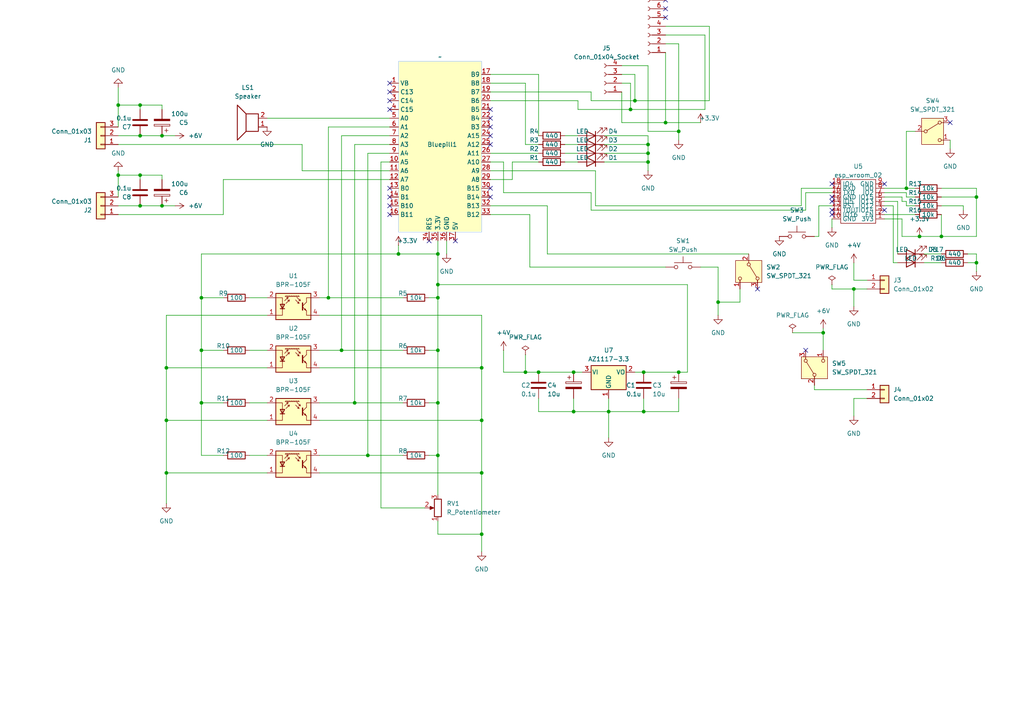
<source format=kicad_sch>
(kicad_sch (version 20231120) (generator "eeschema") (generator_version "8.0")
  (paper "A4")
  (lib_symbols
    (symbol "BPR-105F_1" (pin_names (offset 0.0254) hide)
      (property "Reference" "U1" (at 0 8.89 0))
      (property "Value" "BPR-105F" (at 0 6.35 0))
      (symbol "BPR-105F_1_1_1"
        (pin passive line (at -7.62 -2.54 0) (length 2.54) (name "K") (number "1"))
        (pin passive line (at -7.62 2.54 0) (length 2.54) (name "A") (number "2"))
        (pin open_collector line (at 7.62 2.54 180) (length 2.54) (name "C") (number "3"))
        (pin passive line (at 7.62 -2.54 180) (length 2.54) (name "E") (number "4"))
      )
    )
    (symbol "BPR-105F_2" (pin_names (offset 0.0254) hide)
      (property "Reference" "U2" (at 0 8.89 0))
      (property "Value" "BPR-105F" (at 0 6.35 0))
      (symbol "BPR-105F_2_1_1"
        (pin passive line (at -7.62 -2.54 0) (length 2.54) (name "K") (number "1"))
        (pin passive line (at -7.62 2.54 0) (length 2.54) (name "A") (number "2"))
        (pin open_collector line (at 7.62 2.54 180) (length 2.54) (name "C") (number "3"))
        (pin passive line (at 7.62 -2.54 180) (length 2.54) (name "E") (number "4"))
      )
    )
    (symbol "BPR-105F_3" (pin_names (offset 0.0254) hide)
      (property "Reference" "U3" (at 0 8.89 0))
      (property "Value" "BPR-105F" (at 0 6.35 0))
      (symbol "BPR-105F_3_1_1"
        (pin passive line (at -7.62 -2.54 0) (length 2.54) (name "K") (number "1"))
        (pin passive line (at -7.62 2.54 0) (length 2.54) (name "A") (number "2"))
        (pin open_collector line (at 7.62 2.54 180) (length 2.54) (name "C") (number "3"))
        (pin passive line (at 7.62 -2.54 180) (length 2.54) (name "E") (number "4"))
      )
    )
    (symbol "Connector:Conn_01x04_Socket" (pin_names (offset 1.016) hide)
      (property "Reference" "J" (at 0 5.08 0))
      (property "Value" "Conn_01x04_Socket" (at 0 -7.62 0))
      (symbol "Conn_01x04_Socket_1_1"
        (pin passive line (at -5.08 2.54 0) (length 3.81) (name "Pin_1") (number "1"))
        (pin passive line (at -5.08 0 0) (length 3.81) (name "Pin_2") (number "2"))
        (pin passive line (at -5.08 -2.54 0) (length 3.81) (name "Pin_3") (number "3"))
        (pin passive line (at -5.08 -5.08 0) (length 3.81) (name "Pin_4") (number "4"))
      )
    )
    (symbol "Connector:Conn_01x08_Socket" (pin_names (offset 1.016) hide)
      (property "Reference" "J" (at 0 10.16 0))
      (property "Value" "Conn_01x08_Socket" (at 0 -12.7 0))
      (symbol "Conn_01x08_Socket_1_1"
        (pin passive line (at -5.08 7.62 0) (length 3.81) (name "Pin_1") (number "1"))
        (pin passive line (at -5.08 5.08 0) (length 3.81) (name "Pin_2") (number "2"))
        (pin passive line (at -5.08 2.54 0) (length 3.81) (name "Pin_3") (number "3"))
        (pin passive line (at -5.08 0 0) (length 3.81) (name "Pin_4") (number "4"))
        (pin passive line (at -5.08 -2.54 0) (length 3.81) (name "Pin_5") (number "5"))
        (pin passive line (at -5.08 -5.08 0) (length 3.81) (name "Pin_6") (number "6"))
        (pin passive line (at -5.08 -7.62 0) (length 3.81) (name "Pin_7") (number "7"))
        (pin passive line (at -5.08 -10.16 0) (length 3.81) (name "Pin_8") (number "8"))
      )
    )
    (symbol "Connector_Generic:Conn_01x02" (pin_names (offset 1.016) hide)
      (property "Reference" "J" (at 0 2.54 0))
      (property "Value" "Conn_01x02" (at 0 -5.08 0))
      (symbol "Conn_01x02_1_1"
        (pin passive line (at -5.08 0 0) (length 3.81) (name "Pin_1") (number "1"))
        (pin passive line (at -5.08 -2.54 0) (length 3.81) (name "Pin_2") (number "2"))
      )
    )
    (symbol "Connector_Generic:Conn_01x03" (pin_names (offset 1.016) hide)
      (property "Reference" "J" (at 0 5.08 0))
      (property "Value" "Conn_01x03" (at 0 -5.08 0))
      (symbol "Conn_01x03_1_1"
        (pin passive line (at -5.08 2.54 0) (length 3.81) (name "Pin_1") (number "1"))
        (pin passive line (at -5.08 0 0) (length 3.81) (name "Pin_2") (number "2"))
        (pin passive line (at -5.08 -2.54 0) (length 3.81) (name "Pin_3") (number "3"))
      )
    )
    (symbol "Device:C" (pin_numbers hide) (pin_names (offset 0.254))
      (property "Reference" "C" (at 0.635 2.54 0))
      (property "Value" "C" (at 0.635 -2.54 0))
      (symbol "C_1_1"
        (pin passive line (at 0 3.81 270) (length 2.794) (name "~") (number "1"))
        (pin passive line (at 0 -3.81 90) (length 2.794) (name "~") (number "2"))
      )
    )
    (symbol "Device:C_Polarized" (pin_numbers hide) (pin_names (offset 0.254))
      (property "Reference" "C" (at 0.635 2.54 0))
      (property "Value" "C_Polarized" (at 0.635 -2.54 0))
      (symbol "C_Polarized_1_1"
        (pin passive line (at 0 3.81 270) (length 2.794) (name "~") (number "1"))
        (pin passive line (at 0 -3.81 90) (length 2.794) (name "~") (number "2"))
      )
    )
    (symbol "Device:LED" (pin_numbers hide) (pin_names (offset 1.016) hide)
      (property "Reference" "D" (at 0 2.54 0))
      (property "Value" "LED" (at 0 -2.54 0))
      (symbol "LED_1_1"
        (pin passive line (at -3.81 0 0) (length 2.54) (name "K") (number "1"))
        (pin passive line (at 3.81 0 180) (length 2.54) (name "A") (number "2"))
      )
    )
    (symbol "Device:R" (pin_numbers hide) (pin_names (offset 0))
      (property "Reference" "R" (at 2.032 0 90))
      (property "Value" "R" (at 0 0 90))
      (symbol "R_1_1"
        (pin passive line (at 0 3.81 270) (length 1.27) (name "~") (number "1"))
        (pin passive line (at 0 -3.81 90) (length 1.27) (name "~") (number "2"))
      )
    )
    (symbol "Device:R_Potentiometer" (pin_names (offset 1.016) hide)
      (property "Reference" "RV" (at -4.445 0 90))
      (property "Value" "R_Potentiometer" (at -2.54 0 90))
      (symbol "R_Potentiometer_1_1"
        (pin passive line (at 0 3.81 270) (length 1.27) (name "1") (number "1"))
        (pin passive line (at 3.81 0 180) (length 1.27) (name "2") (number "2"))
        (pin passive line (at 0 -3.81 90) (length 1.27) (name "3") (number "3"))
      )
    )
    (symbol "Device:Speaker" (pin_names (offset 0) hide)
      (property "Reference" "LS" (at 1.27 5.715 0))
      (property "Value" "Speaker" (at 1.27 3.81 0))
      (symbol "Speaker_1_1"
        (pin input line (at -5.08 0 0) (length 2.54) (name "1") (number "1"))
        (pin input line (at -5.08 -2.54 0) (length 2.54) (name "2") (number "2"))
      )
    )
    (symbol "Regulator_Linear:AZ1117-3.3" (pin_names (offset 0.254))
      (property "Reference" "U" (at -3.81 3.175 0))
      (property "Value" "AZ1117-3.3" (at 0 3.175 0))
      (symbol "AZ1117-3.3_1_1"
        (pin power_in line (at 0 -7.62 90) (length 2.54) (name "GND") (number "1"))
        (pin power_out line (at 7.62 0 180) (length 2.54) (name "VO") (number "2"))
        (pin power_in line (at -7.62 0 0) (length 2.54) (name "VI") (number "3"))
      )
    )
    (symbol "Sensor_Proximity:BPR-105F" (pin_names (offset 0.0254) hide)
      (property "Reference" "U4" (at 0 8.89 0))
      (property "Value" "BPR-105F" (at 0 6.35 0))
      (symbol "BPR-105F_1_1"
        (pin passive line (at -7.62 -2.54 0) (length 2.54) (name "K") (number "1"))
        (pin passive line (at -7.62 2.54 0) (length 2.54) (name "A") (number "2"))
        (pin open_collector line (at 7.62 2.54 180) (length 2.54) (name "C") (number "3"))
        (pin passive line (at 7.62 -2.54 180) (length 2.54) (name "E") (number "4"))
      )
    )
    (symbol "Switch:SW_Push" (pin_numbers hide) (pin_names (offset 1.016) hide)
      (property "Reference" "SW" (at 1.27 2.54 0))
      (property "Value" "SW_Push" (at 0 -1.524 0))
      (symbol "SW_Push_0_1"
        (pin passive line (at -5.08 0 0) (length 2.54) (name "1") (number "1"))
        (pin passive line (at 5.08 0 180) (length 2.54) (name "2") (number "2"))
      )
    )
    (symbol "Switch:SW_SPDT_321" (pin_names (offset 1) hide)
      (property "Reference" "SW" (at 0 5.08 0))
      (property "Value" "SW_SPDT_321" (at 0 -5.08 0))
      (symbol "SW_SPDT_321_1_1"
        (pin passive line (at 5.08 -2.54 180) (length 2.54) (name "C") (number "1"))
        (pin passive line (at -5.08 0 0) (length 2.54) (name "B") (number "2"))
        (pin passive line (at 5.08 2.54 180) (length 2.54) (name "A") (number "3"))
      )
    )
    (symbol "line_follower_robot_Library:blue_pill"
      (property "Reference" "Bluepill" (at -8.382 25.908 0))
      (symbol "blue_pill_0_0"
        (pin unspecified line (at -15.24 17.78 0) (length 2.54) (name "VB") (number "1"))
        (pin bidirectional line (at -15.24 -5.08 0) (length 2.54) (name "A5") (number "10"))
        (pin bidirectional line (at -15.24 -7.62 0) (length 2.54) (name "A6") (number "11"))
        (pin bidirectional line (at -15.24 -10.16 0) (length 2.54) (name "A7") (number "12"))
        (pin bidirectional line (at -15.24 -12.7 0) (length 2.54) (name "B0") (number "13"))
        (pin bidirectional line (at -15.24 -15.24 0) (length 2.54) (name "B1") (number "14"))
        (pin bidirectional line (at -15.24 -17.78 0) (length 2.54) (name "B10") (number "15"))
        (pin bidirectional line (at -15.24 -20.32 0) (length 2.54) (name "B11") (number "16"))
        (pin bidirectional line (at 13.97 20.32 180) (length 2.54) (name "B9") (number "17"))
        (pin bidirectional line (at 13.97 17.78 180) (length 2.54) (name "B8") (number "18"))
        (pin bidirectional line (at 13.97 15.24 180) (length 2.54) (name "B7") (number "19"))
        (pin bidirectional line (at -15.24 15.24 0) (length 2.54) (name "C13") (number "2"))
        (pin bidirectional line (at 13.97 12.7 180) (length 2.54) (name "B6") (number "20"))
        (pin bidirectional line (at 13.97 10.16 180) (length 2.54) (name "B5") (number "21"))
        (pin bidirectional line (at 13.97 7.62 180) (length 2.54) (name "B4") (number "22"))
        (pin bidirectional line (at 13.97 5.08 180) (length 2.54) (name "B3") (number "23"))
        (pin bidirectional line (at 13.97 2.54 180) (length 2.54) (name "A15") (number "24"))
        (pin bidirectional line (at 13.97 0 180) (length 2.54) (name "A12") (number "25"))
        (pin bidirectional line (at 13.97 -2.54 180) (length 2.54) (name "A11") (number "26"))
        (pin bidirectional line (at 13.97 -5.08 180) (length 2.54) (name "A10") (number "27"))
        (pin bidirectional line (at 13.97 -7.62 180) (length 2.54) (name "A9") (number "28"))
        (pin bidirectional line (at 13.97 -10.16 180) (length 2.54) (name "A8") (number "29"))
        (pin bidirectional line (at -15.24 12.7 0) (length 2.54) (name "C14") (number "3"))
        (pin bidirectional line (at 13.97 -12.7 180) (length 2.54) (name "B15") (number "30"))
        (pin bidirectional line (at 13.97 -15.24 180) (length 2.54) (name "B14") (number "31"))
        (pin bidirectional line (at 13.97 -17.78 180) (length 2.54) (name "B13") (number "32"))
        (pin bidirectional line (at 13.97 -20.32 180) (length 2.54) (name "B12") (number "33"))
        (pin bidirectional line (at -15.24 10.16 0) (length 2.54) (name "C15") (number "4"))
        (pin bidirectional line (at -15.24 7.62 0) (length 2.54) (name "A0") (number "5"))
        (pin bidirectional line (at -15.24 5.08 0) (length 2.54) (name "A1") (number "6"))
        (pin bidirectional line (at -15.24 2.54 0) (length 2.54) (name "A2") (number "7"))
        (pin bidirectional line (at -15.24 0 0) (length 2.54) (name "A3") (number "8"))
        (pin bidirectional line (at -15.24 -2.54 0) (length 2.54) (name "A4") (number "9"))
      )
      (symbol "blue_pill_1_0"
        (pin power_in line (at -1.27 -27.94 90) (length 2.54) (name "3.3V") (number "35"))
        (pin power_in line (at 1.27 -27.94 90) (length 2.54) (name "GND") (number "36"))
        (pin power_in line (at 3.81 -27.94 90) (length 2.54) (name "5V") (number "37"))
      )
      (symbol "blue_pill_1_1"
        (pin unspecified line (at -3.81 -27.94 90) (length 2.54) (name "RES") (number "34"))
      )
    )
    (symbol "line_follower_robot_Library:esp_wroom_02"
      (property "Reference" "U" (at -2.794 3.81 0))
      (symbol "esp_wroom_02_1_1"
        (pin power_in line (at -7.62 1.27 0) (length 2.54) (name "3V3") (number "1"))
        (pin power_in line (at 7.62 1.27 180) (length 2.54) (name "GND") (number "10"))
        (pin bidirectional line (at 7.62 0 180) (length 2.54) (name "IO16") (number "11"))
        (pin bidirectional line (at 7.62 -1.27 180) (length 2.54) (name "TOUT") (number "12"))
        (pin bidirectional line (at 7.62 -2.54 180) (length 2.54) (name "RST") (number "13"))
        (pin bidirectional line (at 7.62 -3.81 180) (length 2.54) (name "IO5") (number "14"))
        (pin power_in line (at 7.62 -5.08 180) (length 2.54) (name "GND") (number "15"))
        (pin bidirectional line (at 7.62 -6.35 180) (length 2.54) (name "TXD") (number "16"))
        (pin bidirectional line (at 7.62 -7.62 180) (length 2.54) (name "RXD") (number "17"))
        (pin bidirectional line (at 7.62 -8.89 180) (length 2.54) (name "IO4") (number "18"))
        (pin bidirectional line (at -7.62 0 0) (length 2.54) (name "EN") (number "2"))
        (pin bidirectional line (at -7.62 -1.27 0) (length 2.54) (name "IO14") (number "3"))
        (pin bidirectional line (at -7.62 -2.54 0) (length 2.54) (name "IO12") (number "4"))
        (pin bidirectional line (at -7.62 -3.81 0) (length 2.54) (name "IO13") (number "5"))
        (pin bidirectional line (at -7.62 -5.08 0) (length 2.54) (name "IO15") (number "6"))
        (pin bidirectional line (at -7.62 -6.35 0) (length 2.54) (name "IO2") (number "7"))
        (pin bidirectional line (at -7.62 -7.62 0) (length 2.54) (name "IO0") (number "8"))
        (pin power_in line (at -7.62 -8.89 0) (length 2.54) (name "GND") (number "9"))
      )
    )
    (symbol "power:+3.3V" (power) (pin_numbers hide) (pin_names (offset 0) hide)
      (property "Value" "+3.3V" (at 0 3.556 0))
      (symbol "+3.3V_1_1"
        (pin power_in line (at 0 0 90) (length 0) (name "~") (number "1"))
      )
    )
    (symbol "power:+4V" (power) (pin_numbers hide) (pin_names (offset 0) hide)
      (property "Value" "+4V" (at 0 3.556 0))
      (symbol "+4V_1_1"
        (pin power_in line (at 0 0 90) (length 0) (name "~") (number "1"))
      )
    )
    (symbol "power:+6V" (power) (pin_numbers hide) (pin_names (offset 0) hide)
      (property "Value" "+6V" (at 0 3.556 0))
      (symbol "+6V_1_1"
        (pin power_in line (at 0 0 90) (length 0) (name "~") (number "1"))
      )
    )
    (symbol "power:GND" (power) (pin_numbers hide) (pin_names (offset 0) hide)
      (property "Value" "GND" (at 0 -3.81 0))
      (symbol "GND_1_1"
        (pin power_in line (at 0 0 270) (length 0) (name "~") (number "1"))
      )
    )
    (symbol "power:PWR_FLAG" (power) (pin_numbers hide) (pin_names (offset 0) hide)
      (property "Value" "PWR_FLAG" (at 0 3.81 0))
      (symbol "PWR_FLAG_0_0"
        (pin power_out line (at 0 0 90) (length 0) (name "~") (number "1"))
      )
    )
  )
  (junction (at 40.64 30.48))
  (junction (at 166.37 119.38))
  (junction (at 58.42 86.36))
  (junction (at 48.26 137.16))
  (junction (at 48.26 106.68))
  (junction (at 34.29 50.8))
  (junction (at 34.29 30.48))
  (junction (at 40.64 50.8))
  (junction (at 139.7 137.16))
  (junction (at 156.21 107.95))
  (junction (at 139.7 154.94))
  (junction (at 127 73.66))
  (junction (at 106.68 132.08))
  (junction (at 40.64 39.37))
  (junction (at 262.89 54.61))
  (junction (at 95.25 86.36))
  (junction (at 139.7 121.92))
  (junction (at 176.53 119.38))
  (junction (at 193.04 35.56))
  (junction (at 187.96 46.99))
  (junction (at 139.7 106.68))
  (junction (at 127 132.08))
  (junction (at 99.06 101.6))
  (junction (at 273.05 68.58))
  (junction (at 186.69 119.38))
  (junction (at 58.42 101.6))
  (junction (at 182.88 31.75))
  (junction (at 196.85 107.95))
  (junction (at 127 116.84))
  (junction (at 58.42 116.84))
  (junction (at 127 101.6))
  (junction (at 127 82.55))
  (junction (at 187.96 41.91))
  (junction (at 184.15 29.21))
  (junction (at 266.7 68.58))
  (junction (at 46.99 39.37))
  (junction (at 115.57 73.66))
  (junction (at 238.76 96.52))
  (junction (at 283.21 76.2))
  (junction (at 152.4 107.95))
  (junction (at 187.96 44.45))
  (junction (at 40.64 59.69))
  (junction (at 127 86.36))
  (junction (at 46.99 59.69))
  (junction (at 166.37 107.95))
  (junction (at 186.69 107.95))
  (junction (at 48.26 121.92))
  (junction (at 196.85 38.1))
  (junction (at 247.65 83.82))
  (junction (at 283.21 57.15))
  (junction (at 208.28 87.63))
  (junction (at 102.87 116.84))
  (no_connect (at 132.08 69.85))
  (no_connect (at 142.24 39.37))
  (no_connect (at 113.03 57.15))
  (no_connect (at 142.24 41.91))
  (no_connect (at 113.03 29.21))
  (no_connect (at 241.3 58.42))
  (no_connect (at 142.24 31.75))
  (no_connect (at 142.24 57.15))
  (no_connect (at 113.03 59.69))
  (no_connect (at 275.59 35.56))
  (no_connect (at 193.04 2.54))
  (no_connect (at 233.68 101.6))
  (no_connect (at 241.3 62.23))
  (no_connect (at 113.03 31.75))
  (no_connect (at 219.71 83.82))
  (no_connect (at 256.54 60.96))
  (no_connect (at 241.3 53.34))
  (no_connect (at 142.24 54.61))
  (no_connect (at 113.03 62.23))
  (no_connect (at 193.04 5.08))
  (no_connect (at 113.03 26.67))
  (no_connect (at 142.24 36.83))
  (no_connect (at 113.03 24.13))
  (no_connect (at 241.3 57.15))
  (no_connect (at 256.54 53.34))
  (no_connect (at 241.3 60.96))
  (no_connect (at 142.24 34.29))
  (no_connect (at 193.04 0))
  (no_connect (at 113.03 54.61))
  (no_connect (at 124.46 69.85))
  (no_connect (at 193.04 -2.54))
  (wire (pts (xy 102.87 41.91) (xy 102.87 116.84)))
  (wire (pts (xy 251.46 83.82) (xy 247.65 83.82)))
  (wire (pts (xy 262.89 59.69) (xy 262.89 58.42)))
  (wire (pts (xy 40.64 39.37) (xy 34.29 39.37)))
  (wire (pts (xy 142.24 29.21) (xy 167.64 29.21)))
  (wire (pts (xy 236.22 111.76) (xy 236.22 113.03)))
  (wire (pts (xy 163.83 46.99) (xy 167.64 46.99)))
  (wire (pts (xy 167.64 29.21) (xy 167.64 31.75)))
  (wire (pts (xy 127 101.6) (xy 127 86.36)))
  (wire (pts (xy 176.53 119.38) (xy 176.53 127)))
  (wire (pts (xy 275.59 40.64) (xy 275.59 43.18)))
  (wire (pts (xy 106.68 44.45) (xy 106.68 132.08)))
  (wire (pts (xy 273.05 68.58) (xy 266.7 68.58)))
  (wire (pts (xy 262.89 57.15) (xy 265.43 57.15)))
  (wire (pts (xy 58.42 86.36) (xy 64.77 86.36)))
  (wire (pts (xy 48.26 137.16) (xy 48.26 121.92)))
  (wire (pts (xy 142.24 52.07) (xy 148.59 52.07)))
  (wire (pts (xy 152.4 102.87) (xy 152.4 107.95)))
  (wire (pts (xy 102.87 116.84) (xy 116.84 116.84)))
  (wire (pts (xy 241.3 83.82) (xy 247.65 83.82)))
  (wire (pts (xy 182.88 24.13) (xy 180.34 24.13)))
  (wire (pts (xy 152.4 24.13) (xy 142.24 24.13)))
  (wire (pts (xy 72.39 116.84) (xy 77.47 116.84)))
  (wire (pts (xy 46.99 50.8) (xy 40.64 50.8)))
  (wire (pts (xy 95.25 36.83) (xy 95.25 86.36)))
  (wire (pts (xy 241.3 63.5) (xy 241.3 66.04)))
  (wire (pts (xy 241.3 54.61) (xy 232.41 54.61)))
  (wire (pts (xy 175.26 41.91) (xy 187.96 41.91)))
  (wire (pts (xy 106.68 132.08) (xy 116.84 132.08)))
  (wire (pts (xy 184.15 29.21) (xy 184.15 21.59)))
  (wire (pts (xy 184.15 21.59) (xy 180.34 21.59)))
  (wire (pts (xy 166.37 107.95) (xy 168.91 107.95)))
  (wire (pts (xy 261.62 68.58) (xy 261.62 63.5)))
  (wire (pts (xy 238.76 95.25) (xy 238.76 96.52)))
  (wire (pts (xy 283.21 73.66) (xy 283.21 76.2)))
  (wire (pts (xy 208.28 77.47) (xy 208.28 87.63)))
  (wire (pts (xy 156.21 41.91) (xy 152.4 41.91)))
  (wire (pts (xy 92.71 116.84) (xy 102.87 116.84)))
  (wire (pts (xy 187.96 46.99) (xy 187.96 44.45)))
  (wire (pts (xy 171.45 26.67) (xy 171.45 29.21)))
  (wire (pts (xy 48.26 106.68) (xy 48.26 91.44)))
  (wire (pts (xy 247.65 81.28) (xy 251.46 81.28)))
  (wire (pts (xy 267.97 76.2) (xy 273.05 76.2)))
  (wire (pts (xy 40.64 52.07) (xy 40.64 50.8)))
  (wire (pts (xy 158.75 59.69) (xy 142.24 59.69)))
  (wire (pts (xy 273.05 59.69) (xy 279.4 59.69)))
  (wire (pts (xy 77.47 137.16) (xy 48.26 137.16)))
  (wire (pts (xy 46.99 52.07) (xy 46.99 50.8)))
  (wire (pts (xy 99.06 101.6) (xy 116.84 101.6)))
  (wire (pts (xy 146.05 55.88) (xy 171.45 55.88)))
  (wire (pts (xy 158.75 73.66) (xy 158.75 59.69)))
  (wire (pts (xy 34.29 36.83) (xy 34.29 30.48)))
  (wire (pts (xy 180.34 26.67) (xy 180.34 35.56)))
  (wire (pts (xy 247.65 76.2) (xy 247.65 81.28)))
  (wire (pts (xy 46.99 59.69) (xy 40.64 59.69)))
  (wire (pts (xy 127 73.66) (xy 115.57 73.66)))
  (wire (pts (xy 72.39 86.36) (xy 77.47 86.36)))
  (wire (pts (xy 256.54 55.88) (xy 262.89 55.88)))
  (wire (pts (xy 256.54 58.42) (xy 260.35 58.42)))
  (wire (pts (xy 196.85 107.95) (xy 199.39 107.95)))
  (wire (pts (xy 156.21 115.57) (xy 156.21 119.38)))
  (wire (pts (xy 283.21 54.61) (xy 283.21 57.15)))
  (wire (pts (xy 283.21 68.58) (xy 273.05 68.58)))
  (wire (pts (xy 124.46 101.6) (xy 127 101.6)))
  (wire (pts (xy 124.46 132.08) (xy 127 132.08)))
  (wire (pts (xy 77.47 34.29) (xy 113.03 34.29)))
  (wire (pts (xy 127 132.08) (xy 127 143.51)))
  (wire (pts (xy 156.21 46.99) (xy 148.59 46.99)))
  (wire (pts (xy 139.7 91.44) (xy 139.7 106.68)))
  (wire (pts (xy 58.42 101.6) (xy 64.77 101.6)))
  (wire (pts (xy 262.89 54.61) (xy 265.43 54.61)))
  (wire (pts (xy 196.85 115.57) (xy 196.85 119.38)))
  (wire (pts (xy 233.68 60.96) (xy 171.45 60.96)))
  (wire (pts (xy 187.96 19.05) (xy 187.96 38.1)))
  (wire (pts (xy 182.88 31.75) (xy 182.88 24.13)))
  (wire (pts (xy 87.63 41.91) (xy 87.63 49.53)))
  (wire (pts (xy 156.21 119.38) (xy 166.37 119.38)))
  (wire (pts (xy 139.7 106.68) (xy 139.7 121.92)))
  (wire (pts (xy 158.75 73.66) (xy 217.17 73.66)))
  (wire (pts (xy 64.77 132.08) (xy 58.42 132.08)))
  (wire (pts (xy 92.71 121.92) (xy 139.7 121.92)))
  (wire (pts (xy 46.99 31.75) (xy 46.99 30.48)))
  (wire (pts (xy 148.59 46.99) (xy 148.59 52.07)))
  (wire (pts (xy 153.67 77.47) (xy 193.04 77.47)))
  (wire (pts (xy 34.29 50.8) (xy 34.29 49.53)))
  (wire (pts (xy 237.49 68.58) (xy 236.22 68.58)))
  (wire (pts (xy 58.42 116.84) (xy 64.77 116.84)))
  (wire (pts (xy 171.45 55.88) (xy 171.45 60.96)))
  (wire (pts (xy 203.2 77.47) (xy 208.28 77.47)))
  (wire (pts (xy 241.3 59.69) (xy 237.49 59.69)))
  (wire (pts (xy 187.96 46.99) (xy 175.26 46.99)))
  (wire (pts (xy 283.21 76.2) (xy 283.21 78.74)))
  (wire (pts (xy 175.26 44.45) (xy 187.96 44.45)))
  (wire (pts (xy 127 86.36) (xy 124.46 86.36)))
  (wire (pts (xy 95.25 86.36) (xy 116.84 86.36)))
  (wire (pts (xy 251.46 115.57) (xy 247.65 115.57)))
  (wire (pts (xy 280.67 76.2) (xy 283.21 76.2)))
  (wire (pts (xy 256.54 54.61) (xy 262.89 54.61)))
  (wire (pts (xy 110.49 147.32) (xy 123.19 147.32)))
  (wire (pts (xy 280.67 73.66) (xy 283.21 73.66)))
  (wire (pts (xy 48.26 121.92) (xy 77.47 121.92)))
  (wire (pts (xy 214.63 87.63) (xy 208.28 87.63)))
  (wire (pts (xy 127 116.84) (xy 127 101.6)))
  (wire (pts (xy 186.69 107.95) (xy 196.85 107.95)))
  (wire (pts (xy 142.24 44.45) (xy 156.21 44.45)))
  (wire (pts (xy 279.4 59.69) (xy 279.4 60.96)))
  (wire (pts (xy 262.89 38.1) (xy 265.43 38.1)))
  (wire (pts (xy 99.06 39.37) (xy 99.06 101.6)))
  (wire (pts (xy 115.57 71.12) (xy 115.57 73.66)))
  (wire (pts (xy 256.54 57.15) (xy 261.62 57.15)))
  (wire (pts (xy 208.28 87.63) (xy 208.28 91.44)))
  (wire (pts (xy 267.97 73.66) (xy 273.05 73.66)))
  (wire (pts (xy 247.65 115.57) (xy 247.65 120.65)))
  (wire (pts (xy 127 82.55) (xy 127 86.36)))
  (wire (pts (xy 64.77 62.23) (xy 34.29 62.23)))
  (wire (pts (xy 175.26 39.37) (xy 187.96 39.37)))
  (wire (pts (xy 184.15 107.95) (xy 186.69 107.95)))
  (wire (pts (xy 163.83 41.91) (xy 167.64 41.91)))
  (wire (pts (xy 46.99 39.37) (xy 40.64 39.37)))
  (wire (pts (xy 193.04 10.16) (xy 204.47 10.16)))
  (wire (pts (xy 196.85 12.7) (xy 196.85 38.1)))
  (wire (pts (xy 180.34 35.56) (xy 193.04 35.56)))
  (wire (pts (xy 139.7 154.94) (xy 139.7 160.02)))
  (wire (pts (xy 167.64 31.75) (xy 182.88 31.75)))
  (wire (pts (xy 232.41 59.69) (xy 172.72 59.69)))
  (wire (pts (xy 176.53 119.38) (xy 186.69 119.38)))
  (wire (pts (xy 142.24 26.67) (xy 171.45 26.67)))
  (wire (pts (xy 110.49 147.32) (xy 110.49 46.99)))
  (wire (pts (xy 40.64 31.75) (xy 40.64 30.48)))
  (wire (pts (xy 256.54 63.5) (xy 261.62 63.5)))
  (wire (pts (xy 187.96 49.53) (xy 187.96 46.99)))
  (wire (pts (xy 146.05 46.99) (xy 142.24 46.99)))
  (wire (pts (xy 153.67 62.23) (xy 142.24 62.23)))
  (wire (pts (xy 92.71 137.16) (xy 139.7 137.16)))
  (wire (pts (xy 273.05 62.23) (xy 273.05 68.58)))
  (wire (pts (xy 48.26 91.44) (xy 77.47 91.44)))
  (wire (pts (xy 152.4 107.95) (xy 156.21 107.95)))
  (wire (pts (xy 48.26 106.68) (xy 77.47 106.68)))
  (wire (pts (xy 266.7 68.58) (xy 261.62 68.58)))
  (wire (pts (xy 163.83 44.45) (xy 167.64 44.45)))
  (wire (pts (xy 40.64 59.69) (xy 34.29 59.69)))
  (wire (pts (xy 58.42 73.66) (xy 58.42 86.36)))
  (wire (pts (xy 259.08 76.2) (xy 259.08 59.69)))
  (wire (pts (xy 260.35 76.2) (xy 259.08 76.2)))
  (wire (pts (xy 247.65 83.82) (xy 247.65 88.9)))
  (wire (pts (xy 205.74 29.21) (xy 205.74 7.62)))
  (wire (pts (xy 50.8 39.37) (xy 46.99 39.37)))
  (wire (pts (xy 92.71 106.68) (xy 139.7 106.68)))
  (wire (pts (xy 193.04 15.24) (xy 193.04 35.56)))
  (wire (pts (xy 156.21 39.37) (xy 156.21 21.59)))
  (wire (pts (xy 241.3 55.88) (xy 233.68 55.88)))
  (wire (pts (xy 40.64 50.8) (xy 34.29 50.8)))
  (wire (pts (xy 50.8 59.69) (xy 46.99 59.69)))
  (wire (pts (xy 115.57 73.66) (xy 58.42 73.66)))
  (wire (pts (xy 87.63 41.91) (xy 34.29 41.91)))
  (wire (pts (xy 260.35 58.42) (xy 260.35 73.66)))
  (wire (pts (xy 156.21 21.59) (xy 142.24 21.59)))
  (wire (pts (xy 48.26 137.16) (xy 48.26 146.05)))
  (wire (pts (xy 153.67 77.47) (xy 153.67 62.23)))
  (wire (pts (xy 163.83 39.37) (xy 167.64 39.37)))
  (wire (pts (xy 40.64 30.48) (xy 34.29 30.48)))
  (wire (pts (xy 256.54 62.23) (xy 265.43 62.23)))
  (wire (pts (xy 146.05 107.95) (xy 152.4 107.95)))
  (wire (pts (xy 186.69 119.38) (xy 196.85 119.38)))
  (wire (pts (xy 262.89 54.61) (xy 262.89 38.1)))
  (wire (pts (xy 124.46 116.84) (xy 127 116.84)))
  (wire (pts (xy 92.71 132.08) (xy 106.68 132.08)))
  (wire (pts (xy 106.68 44.45) (xy 113.03 44.45)))
  (wire (pts (xy 102.87 41.91) (xy 113.03 41.91)))
  (wire (pts (xy 199.39 82.55) (xy 127 82.55)))
  (wire (pts (xy 265.43 59.69) (xy 262.89 59.69)))
  (wire (pts (xy 262.89 58.42) (xy 261.62 58.42)))
  (wire (pts (xy 127 154.94) (xy 139.7 154.94)))
  (wire (pts (xy 46.99 30.48) (xy 40.64 30.48)))
  (wire (pts (xy 172.72 49.53) (xy 142.24 49.53)))
  (wire (pts (xy 99.06 39.37) (xy 113.03 39.37)))
  (wire (pts (xy 184.15 29.21) (xy 205.74 29.21)))
  (wire (pts (xy 72.39 132.08) (xy 77.47 132.08)))
  (wire (pts (xy 95.25 36.83) (xy 113.03 36.83)))
  (wire (pts (xy 273.05 57.15) (xy 283.21 57.15)))
  (wire (pts (xy 171.45 29.21) (xy 184.15 29.21)))
  (wire (pts (xy 214.63 83.82) (xy 214.63 87.63)))
  (wire (pts (xy 58.42 132.08) (xy 58.42 116.84)))
  (wire (pts (xy 152.4 41.91) (xy 152.4 24.13)))
  (wire (pts (xy 237.49 59.69) (xy 237.49 68.58)))
  (wire (pts (xy 196.85 38.1) (xy 196.85 40.64)))
  (wire (pts (xy 87.63 49.53) (xy 113.03 49.53)))
  (wire (pts (xy 92.71 86.36) (xy 95.25 86.36)))
  (wire (pts (xy 204.47 31.75) (xy 204.47 10.16)))
  (wire (pts (xy 176.53 115.57) (xy 176.53 119.38)))
  (wire (pts (xy 238.76 96.52) (xy 238.76 101.6)))
  (wire (pts (xy 232.41 54.61) (xy 232.41 59.69)))
  (wire (pts (xy 34.29 30.48) (xy 34.29 25.4)))
  (wire (pts (xy 283.21 57.15) (xy 283.21 68.58)))
  (wire (pts (xy 127 151.13) (xy 127 154.94)))
  (wire (pts (xy 127 132.08) (xy 127 116.84)))
  (wire (pts (xy 259.08 59.69) (xy 256.54 59.69)))
  (wire (pts (xy 193.04 12.7) (xy 196.85 12.7)))
  (wire (pts (xy 172.72 49.53) (xy 172.72 59.69)))
  (wire (pts (xy 34.29 57.15) (xy 34.29 50.8)))
  (wire (pts (xy 58.42 116.84) (xy 58.42 101.6)))
  (wire (pts (xy 186.69 115.57) (xy 186.69 119.38)))
  (wire (pts (xy 110.49 46.99) (xy 113.03 46.99)))
  (wire (pts (xy 64.77 52.07) (xy 64.77 62.23)))
  (wire (pts (xy 58.42 101.6) (xy 58.42 86.36)))
  (wire (pts (xy 193.04 35.56) (xy 203.2 35.56)))
  (wire (pts (xy 127 73.66) (xy 127 82.55)))
  (wire (pts (xy 113.03 52.07) (xy 64.77 52.07)))
  (wire (pts (xy 129.54 69.85) (xy 129.54 73.66)))
  (wire (pts (xy 48.26 121.92) (xy 48.26 106.68)))
  (wire (pts (xy 261.62 57.15) (xy 261.62 58.42)))
  (wire (pts (xy 92.71 91.44) (xy 139.7 91.44)))
  (wire (pts (xy 166.37 115.57) (xy 166.37 119.38)))
  (wire (pts (xy 241.3 82.55) (xy 241.3 83.82)))
  (wire (pts (xy 146.05 46.99) (xy 146.05 55.88)))
  (wire (pts (xy 139.7 137.16) (xy 139.7 154.94)))
  (wire (pts (xy 233.68 55.88) (xy 233.68 60.96)))
  (wire (pts (xy 156.21 107.95) (xy 166.37 107.95)))
  (wire (pts (xy 187.96 44.45) (xy 187.96 41.91)))
  (wire (pts (xy 72.39 101.6) (xy 77.47 101.6)))
  (wire (pts (xy 146.05 101.6) (xy 146.05 107.95)))
  (wire (pts (xy 92.71 101.6) (xy 99.06 101.6)))
  (wire (pts (xy 182.88 31.75) (xy 204.47 31.75)))
  (wire (pts (xy 180.34 19.05) (xy 187.96 19.05)))
  (wire (pts (xy 139.7 121.92) (xy 139.7 137.16)))
  (wire (pts (xy 166.37 119.38) (xy 176.53 119.38)))
  (wire (pts (xy 187.96 39.37) (xy 187.96 41.91)))
  (wire (pts (xy 127 69.85) (xy 127 73.66)))
  (wire (pts (xy 205.74 7.62) (xy 193.04 7.62)))
  (wire (pts (xy 262.89 55.88) (xy 262.89 57.15)))
  (wire (pts (xy 273.05 54.61) (xy 283.21 54.61)))
  (wire (pts (xy 236.22 113.03) (xy 251.46 113.03)))
  (wire (pts (xy 229.87 96.52) (xy 238.76 96.52)))
  (wire (pts (xy 199.39 107.95) (xy 199.39 82.55)))
  (wire (pts (xy 187.96 38.1) (xy 196.85 38.1)))
  (symbol (lib_id "power:GND") (at 247.65 120.65 0) (unit 1)
    (property "Reference" "#PWR016" (effects (hide yes)))
    (property "Value" "GND" (at 247.65 125.73 0))
    (property "Description" "Power symbol creates a global label with name \"GND\" , ground" (effects (hide yes)))
  )
  (symbol (lib_id "Device:R") (at 68.58 101.6 90) (unit 1)
    (property "Reference" "R10" (at 64.77 100.33 90))
    (property "Value" "100" (at 68.58 101.6 90))
    (property "Footprint" "Line_follower_robot:resistor_10mm" (effects (hide yes)))
    (property "Description" "Resistor" (effects (hide yes)))
  )
  (symbol (lib_id "power:GND") (at 48.26 146.05 0) (unit 1)
    (property "Reference" "#PWR04" (effects (hide yes)))
    (property "Value" "GND" (at 48.26 151.13 0))
    (property "Description" "Power symbol creates a global label with name \"GND\" , ground" (effects (hide yes)))
  )
  (symbol (lib_name "BPR-105F_3") (lib_id "Sensor_Proximity:BPR-105F") (at 85.09 119.38 0) (unit 1)
    (property "Reference" "U3" (at 85.09 110.49 0))
    (property "Value" "BPR-105F" (at 85.09 113.03 0))
    (property "Footprint" "Line_follower_robot:photo_refrector" (effects (hide yes)))
    (property "Datasheet" "http://www.ystone.com.tw/en/data/goods/IRPT/Photo%20Interrupters-Reflective%20Type.pdf" (effects (hide yes)))
    (property "Description" "Subminiature Reflective Optical Sensor, DIP-like THT-package" (effects (hide yes)))
  )
  (symbol (lib_id "Switch:SW_Push") (at 198.12 77.47 0) (unit 1)
    (property "Reference" "SW1" (at 198.12 69.85 0))
    (property "Value" "SW_Push" (at 198.12 72.39 0))
    (property "Footprint" "Line_follower_robot:tact_switch" (effects (hide yes)))
    (property "Description" "Push button switch, generic, two pins" (effects (hide yes)))
  )
  (symbol (lib_id "Device:C_Polarized") (at 46.99 55.88 180) (unit 1)
    (property "Reference" "C6" (at 54.61 55.88 0) (effects (justify left)))
    (property "Value" "100u" (at 54.61 53.34 0) (effects (justify left)))
    (property "Footprint" "Capacitor_THT:CP_Radial_D5.0mm_P2.50mm" (effects (hide yes)))
    (property "Description" "Polarized capacitor" (effects (hide yes)))
  )
  (symbol (lib_id "power:GND") (at 187.96 49.53 0) (unit 1)
    (property "Reference" "#PWR01" (effects (hide yes)))
    (property "Value" "GND" (at 187.96 54.61 0))
    (property "Description" "Power symbol creates a global label with name \"GND\" , ground" (effects (hide yes)))
  )
  (symbol (lib_id "Device:LED") (at 171.45 46.99 180) (unit 1)
    (property "Reference" "D1" (at 177.8 45.72 0))
    (property "Value" "LED" (at 168.91 45.72 0))
    (property "Footprint" "Line_follower_robot:LED_2.54mm" (effects (hide yes)))
    (property "Description" "Light emitting diode" (effects (hide yes)))
  )
  (symbol (lib_name "BPR-105F_2") (lib_id "Sensor_Proximity:BPR-105F") (at 85.09 104.14 0) (unit 1)
    (property "Reference" "U2" (at 85.09 95.25 0))
    (property "Value" "BPR-105F" (at 85.09 97.79 0))
    (property "Footprint" "Line_follower_robot:photo_refrector" (effects (hide yes)))
    (property "Datasheet" "http://www.ystone.com.tw/en/data/goods/IRPT/Photo%20Interrupters-Reflective%20Type.pdf" (effects (hide yes)))
    (property "Description" "Subminiature Reflective Optical Sensor, DIP-like THT-package" (effects (hide yes)))
  )
  (symbol (lib_id "Connector_Generic:Conn_01x03") (at 29.21 59.69 180) (unit 1)
    (property "Reference" "J2" (at 26.67 60.9601 0) (effects (justify left)))
    (property "Value" "Conn_01x03" (at 26.67 58.4201 0) (effects (justify left)))
    (property "Footprint" "Connector_PinHeader_2.54mm:PinHeader_1x03_P2.54mm_Vertical" (effects (hide yes)))
    (property "Description" "Generic connector, single row, 01x03, script generated (kicad-library-utils/schlib/autogen/connector/)" (effects (hide yes)))
  )
  (symbol (lib_id "Device:R") (at 276.86 76.2 90) (unit 1)
    (property "Reference" "R18" (at 271.78 74.93 90))
    (property "Value" "440" (at 276.86 76.2 90))
    (property "Footprint" "Line_follower_robot:resistor_10mm" (effects (hide yes)))
    (property "Description" "Resistor" (effects (hide yes)))
  )
  (symbol (lib_id "Device:R") (at 160.02 41.91 90) (unit 1)
    (property "Reference" "R3" (at 154.94 40.64 90))
    (property "Value" "440" (at 160.02 41.91 90))
    (property "Footprint" "Line_follower_robot:resistor_10mm" (effects (hide yes)))
    (property "Description" "Resistor" (effects (hide yes)))
  )
  (symbol (lib_id "Device:R") (at 160.02 44.45 90) (unit 1)
    (property "Reference" "R2" (at 154.94 43.18 90))
    (property "Value" "440" (at 160.02 44.45 90))
    (property "Footprint" "Line_follower_robot:resistor_10mm" (effects (hide yes)))
    (property "Description" "Resistor" (effects (hide yes)))
  )
  (symbol (lib_id "power:GND") (at 34.29 25.4 180) (unit 1)
    (property "Reference" "#PWR05" (effects (hide yes)))
    (property "Value" "GND" (at 34.29 20.32 0))
    (property "Description" "Power symbol creates a global label with name \"GND\" , ground" (effects (hide yes)))
  )
  (symbol (lib_id "power:+3.3V") (at 203.2 35.56 0) (unit 1)
    (property "Reference" "#PWR024" (effects (hide yes)))
    (property "Value" "+3.3V" (at 205.74 34.29 0))
    (property "Description" "Power symbol creates a global label with name \"+3.3V\"" (effects (hide yes)))
  )
  (symbol (lib_id "Device:R") (at 269.24 62.23 90) (unit 1)
    (property "Reference" "R16" (at 265.43 60.96 90))
    (property "Value" "10k" (at 269.24 62.23 90))
    (property "Footprint" "Line_follower_robot:resistor_10mm" (effects (hide yes)))
    (property "Description" "Resistor" (effects (hide yes)))
  )
  (symbol (lib_id "Device:R") (at 120.65 86.36 90) (unit 1)
    (property "Reference" "R5" (at 116.84 85.09 90))
    (property "Value" "10k" (at 120.65 86.36 90))
    (property "Footprint" "Line_follower_robot:resistor_10mm" (effects (hide yes)))
    (property "Description" "Resistor" (effects (hide yes)))
  )
  (symbol (lib_id "Sensor_Proximity:BPR-105F") (at 85.09 134.62 0) (unit 1)
    (property "Reference" "U4" (at 85.09 125.73 0))
    (property "Value" "BPR-105F" (at 85.09 128.27 0))
    (property "Footprint" "Line_follower_robot:photo_refrector" (effects (hide yes)))
    (property "Datasheet" "http://www.ystone.com.tw/en/data/goods/IRPT/Photo%20Interrupters-Reflective%20Type.pdf" (effects (hide yes)))
    (property "Description" "Subminiature Reflective Optical Sensor, DIP-like THT-package" (effects (hide yes)))
  )
  (symbol (lib_id "power:GND") (at 283.21 78.74 0) (unit 1)
    (property "Reference" "#PWR022" (effects (hide yes)))
    (property "Value" "GND" (at 283.21 83.82 0))
    (property "Description" "Power symbol creates a global label with name \"GND\" , ground" (effects (hide yes)))
  )
  (symbol (lib_id "Device:LED") (at 171.45 41.91 180) (unit 1)
    (property "Reference" "D3" (at 177.8 40.64 0))
    (property "Value" "LED" (at 168.91 40.64 0))
    (property "Footprint" "Line_follower_robot:LED_2.54mm" (effects (hide yes)))
    (property "Description" "Light emitting diode" (effects (hide yes)))
  )
  (symbol (lib_id "power:+6V") (at 50.8 59.69 270) (unit 1)
    (property "Reference" "#PWR07" (effects (hide yes)))
    (property "Value" "+6V" (at 54.61 59.6901 90) (effects (justify left)))
    (property "Description" "Power symbol creates a global label with name \"+6V\"" (effects (hide yes)))
  )
  (symbol (lib_id "Connector_Generic:Conn_01x03") (at 29.21 39.37 180) (unit 1)
    (property "Reference" "J1" (at 26.67 40.6401 0) (effects (justify left)))
    (property "Value" "Conn_01x03" (at 26.67 38.1001 0) (effects (justify left)))
    (property "Footprint" "Connector_PinHeader_2.54mm:PinHeader_1x03_P2.54mm_Vertical" (effects (hide yes)))
    (property "Description" "Generic connector, single row, 01x03, script generated (kicad-library-utils/schlib/autogen/connector/)" (effects (hide yes)))
  )
  (symbol (lib_name "BPR-105F_1") (lib_id "Sensor_Proximity:BPR-105F") (at 85.09 88.9 0) (unit 1)
    (property "Reference" "U1" (at 85.09 80.01 0))
    (property "Value" "BPR-105F" (at 85.09 82.55 0))
    (property "Footprint" "Line_follower_robot:photo_refrector" (effects (hide yes)))
    (property "Datasheet" "http://www.ystone.com.tw/en/data/goods/IRPT/Photo%20Interrupters-Reflective%20Type.pdf" (effects (hide yes)))
    (property "Description" "Subminiature Reflective Optical Sensor, DIP-like THT-package" (effects (hide yes)))
  )
  (symbol (lib_id "Device:R") (at 160.02 46.99 90) (unit 1)
    (property "Reference" "R1" (at 154.94 45.72 90))
    (property "Value" "440" (at 160.02 46.99 90))
    (property "Footprint" "Line_follower_robot:resistor_10mm" (effects (hide yes)))
    (property "Description" "Resistor" (effects (hide yes)))
  )
  (symbol (lib_id "power:PWR_FLAG") (at 241.3 82.55 0) (unit 1)
    (property "Reference" "#FLG01" (effects (hide yes)))
    (property "Value" "PWR_FLAG" (at 241.3 77.47 0))
    (property "Description" "Special symbol for telling ERC where power comes from" (effects (hide yes)))
  )
  (symbol (lib_id "Connector:Conn_01x04_Socket") (at 175.26 24.13 180) (unit 1)
    (property "Reference" "J5" (at 175.895 13.97 0))
    (property "Value" "Conn_01x04_Socket" (at 175.895 16.51 0))
    (property "Footprint" "Connector_PinSocket_2.54mm:PinSocket_1x04_P2.54mm_Vertical" (effects (hide yes)))
    (property "Description" "Generic connector, single row, 01x04, script generated" (effects (hide yes)))
  )
  (symbol (lib_id "power:+4V") (at 247.65 76.2 0) (unit 1)
    (property "Reference" "#PWR09" (effects (hide yes)))
    (property "Value" "+4V" (at 247.65 71.12 0))
    (property "Description" "Power symbol creates a global label with name \"+4V\"" (effects (hide yes)))
  )
  (symbol (lib_id "power:+4V") (at 146.05 101.6 0) (unit 1)
    (property "Reference" "#PWR012" (effects (hide yes)))
    (property "Value" "+4V" (at 146.05 96.52 0))
    (property "Description" "Power symbol creates a global label with name \"+4V\"" (effects (hide yes)))
  )
  (symbol (lib_id "Device:LED") (at 171.45 44.45 180) (unit 1)
    (property "Reference" "D2" (at 177.8 43.18 0))
    (property "Value" "LED" (at 168.91 43.18 0))
    (property "Footprint" "Line_follower_robot:LED_2.54mm" (effects (hide yes)))
    (property "Description" "Light emitting diode" (effects (hide yes)))
  )
  (symbol (lib_id "power:PWR_FLAG") (at 152.4 102.87 0) (unit 1)
    (property "Reference" "#FLG02" (effects (hide yes)))
    (property "Value" "PWR_FLAG" (at 152.4 97.79 0))
    (property "Description" "Special symbol for telling ERC where power comes from" (effects (hide yes)))
  )
  (symbol (lib_id "Device:R") (at 120.65 116.84 90) (unit 1)
    (property "Reference" "R7" (at 116.84 115.57 90))
    (property "Value" "10k" (at 120.65 116.84 90))
    (property "Footprint" "Line_follower_robot:resistor_10mm" (effects (hide yes)))
    (property "Description" "Resistor" (effects (hide yes)))
  )
  (symbol (lib_id "Regulator_Linear:AZ1117-3.3") (at 176.53 107.95 0) (unit 1)
    (property "Reference" "U7" (at 176.53 101.6 0))
    (property "Value" "AZ1117-3.3" (at 176.53 104.14 0))
    (property "Footprint" "Line_follower_robot:3v3regulator" (effects (hide yes)))
    (property "Datasheet" "https://www.diodes.com/assets/Datasheets/AZ1117.pdf" (effects (hide yes)))
    (property "Description" "1A 20V Fixed LDO Linear Regulator, 3.3V, SOT-89/SOT-223/TO-220/TO-252/TO-263" (effects (hide yes)))
  )
  (symbol (lib_id "Device:C_Polarized") (at 196.85 111.76 0) (unit 1)
    (property "Reference" "C3" (at 189.23 111.76 0) (effects (justify left)))
    (property "Value" "10u" (at 189.23 114.3 0) (effects (justify left)))
    (property "Footprint" "Capacitor_THT:CP_Radial_D6.3mm_P2.50mm" (effects (hide yes)))
    (property "Description" "Polarized capacitor" (effects (hide yes)))
  )
  (symbol (lib_id "Device:C") (at 40.64 55.88 180) (unit 1)
    (property "Reference" "C8" (at 38.1 57.15 0) (effects (justify left)))
    (property "Value" "0.1u" (at 38.1 54.61 0) (effects (justify left)))
    (property "Footprint" "Line_follower_robot:capa_5.1" (effects (hide yes)))
    (property "Description" "Unpolarized capacitor" (effects (hide yes)))
  )
  (symbol (lib_id "power:+3.3V") (at 115.57 71.12 0) (unit 1)
    (property "Reference" "#PWR015" (effects (hide yes)))
    (property "Value" "+3.3V" (at 118.11 69.85 0))
    (property "Description" "Power symbol creates a global label with name \"+3.3V\"" (effects (hide yes)))
  )
  (symbol (lib_id "power:GND") (at 176.53 127 0) (unit 1)
    (property "Reference" "#PWR013" (effects (hide yes)))
    (property "Value" "GND" (at 176.53 132.08 0))
    (property "Description" "Power symbol creates a global label with name \"GND\" , ground" (effects (hide yes)))
  )
  (symbol (lib_id "power:GND") (at 279.4 60.96 0) (unit 1)
    (property "Reference" "#PWR021" (effects (hide yes)))
    (property "Value" "GND" (at 279.4 66.04 0))
    (property "Description" "Power symbol creates a global label with name \"GND\" , ground" (effects (hide yes)))
  )
  (symbol (lib_id "Switch:SW_SPDT_321") (at 270.51 38.1 0) (unit 1)
    (property "Reference" "SW4" (at 270.51 29.21 0))
    (property "Value" "SW_SPDT_321" (at 270.51 31.75 0))
    (property "Footprint" "Connector_PinHeader_2.54mm:PinHeader_1x03_P2.54mm_Vertical" (effects (hide yes)))
    (property "Description" "Switch, single pole double throw" (effects (hide yes)))
  )
  (symbol (lib_id "Device:R") (at 269.24 54.61 90) (unit 1)
    (property "Reference" "R13" (at 265.43 53.34 90))
    (property "Value" "10k" (at 269.24 54.61 90))
    (property "Footprint" "Line_follower_robot:resistor_10mm" (effects (hide yes)))
    (property "Description" "Resistor" (effects (hide yes)))
  )
  (symbol (lib_id "power:GND") (at 241.3 66.04 0) (unit 1)
    (property "Reference" "#PWR020" (effects (hide yes)))
    (property "Value" "GND" (at 241.3 71.12 0))
    (property "Description" "Power symbol creates a global label with name \"GND\" , ground" (effects (hide yes)))
  )
  (symbol (lib_id "Switch:SW_SPDT_321") (at 217.17 78.74 270) (unit 1)
    (property "Reference" "SW2" (at 222.25 77.4699 90) (effects (justify left)))
    (property "Value" "SW_SPDT_321" (at 222.25 80.0099 90) (effects (justify left)))
    (property "Footprint" "Connector_PinHeader_2.54mm:PinHeader_1x03_P2.54mm_Vertical" (effects (hide yes)))
    (property "Description" "Switch, single pole double throw" (effects (hide yes)))
  )
  (symbol (lib_id "power:GND") (at 226.06 68.58 0) (unit 1)
    (property "Reference" "#PWR018" (effects (hide yes)))
    (property "Value" "GND" (at 226.06 73.66 0))
    (property "Description" "Power symbol creates a global label with name \"GND\" , ground" (effects (hide yes)))
  )
  (symbol (lib_id "power:GND") (at 77.47 36.83 0) (unit 1)
    (property "Reference" "#PWR017" (effects (hide yes)))
    (property "Value" "GND" (at 77.47 41.91 0))
    (property "Description" "Power symbol creates a global label with name \"GND\" , ground" (effects (hide yes)))
  )
  (symbol (lib_id "Device:C_Polarized") (at 46.99 35.56 180) (unit 1)
    (property "Reference" "C5" (at 54.61 35.56 0) (effects (justify left)))
    (property "Value" "100u" (at 54.61 33.02 0) (effects (justify left)))
    (property "Footprint" "Capacitor_THT:CP_Radial_D5.0mm_P2.50mm" (effects (hide yes)))
    (property "Description" "Polarized capacitor" (effects (hide yes)))
  )
  (symbol (lib_id "Device:R") (at 68.58 86.36 90) (unit 1)
    (property "Reference" "R9" (at 64.77 85.09 90))
    (property "Value" "100" (at 68.58 86.36 90))
    (property "Footprint" "Line_follower_robot:resistor_10mm" (effects (hide yes)))
    (property "Description" "Resistor" (effects (hide yes)))
  )
  (symbol (lib_id "Device:LED") (at 264.16 73.66 180) (unit 1)
    (property "Reference" "D5" (at 270.51 72.39 0))
    (property "Value" "LED" (at 261.62 72.39 0))
    (property "Footprint" "Line_follower_robot:LED_2.54mm" (effects (hide yes)))
    (property "Description" "Light emitting diode" (effects (hide yes)))
  )
  (symbol (lib_id "Device:C_Polarized") (at 166.37 111.76 0) (unit 1)
    (property "Reference" "C4" (at 158.75 111.76 0) (effects (justify left)))
    (property "Value" "10u" (at 158.75 114.3 0) (effects (justify left)))
    (property "Footprint" "Capacitor_THT:CP_Radial_D6.3mm_P2.50mm" (effects (hide yes)))
    (property "Description" "Polarized capacitor" (effects (hide yes)))
  )
  (symbol (lib_id "power:GND") (at 139.7 160.02 0) (unit 1)
    (property "Reference" "#PWR02" (effects (hide yes)))
    (property "Value" "GND" (at 139.7 165.1 0))
    (property "Description" "Power symbol creates a global label with name \"GND\" , ground" (effects (hide yes)))
  )
  (symbol (lib_id "power:+6V") (at 50.8 39.37 270) (unit 1)
    (property "Reference" "#PWR08" (effects (hide yes)))
    (property "Value" "+6V" (at 54.61 39.3701 90) (effects (justify left)))
    (property "Description" "Power symbol creates a global label with name \"+6V\"" (effects (hide yes)))
  )
  (symbol (lib_id "power:GND") (at 247.65 88.9 0) (unit 1)
    (property "Reference" "#PWR010" (effects (hide yes)))
    (property "Value" "GND" (at 247.65 93.98 0))
    (property "Description" "Power symbol creates a global label with name \"GND\" , ground" (effects (hide yes)))
  )
  (symbol (lib_id "Device:C") (at 40.64 35.56 180) (unit 1)
    (property "Reference" "C7" (at 38.1 36.83 0) (effects (justify left)))
    (property "Value" "0.1u" (at 38.1 34.29 0) (effects (justify left)))
    (property "Footprint" "Line_follower_robot:capa_5.1" (effects (hide yes)))
    (property "Description" "Unpolarized capacitor" (effects (hide yes)))
  )
  (symbol (lib_id "power:+6V") (at 238.76 95.25 0) (unit 1)
    (property "Reference" "#PWR014" (effects (hide yes)))
    (property "Value" "+6V" (at 238.76 90.17 0))
    (property "Description" "Power symbol creates a global label with name \"+6V\"" (effects (hide yes)))
  )
  (symbol (lib_id "power:PWR_FLAG") (at 229.87 96.52 0) (unit 1)
    (property "Reference" "#FLG03" (effects (hide yes)))
    (property "Value" "PWR_FLAG" (at 229.87 91.44 0))
    (property "Description" "Special symbol for telling ERC where power comes from" (effects (hide yes)))
  )
  (symbol (lib_id "Device:LED") (at 171.45 39.37 180) (unit 1)
    (property "Reference" "D4" (at 177.8 38.1 0))
    (property "Value" "LED" (at 168.91 38.1 0))
    (property "Footprint" "Line_follower_robot:LED_2.54mm" (effects (hide yes)))
    (property "Description" "Light emitting diode" (effects (hide yes)))
  )
  (symbol (lib_id "Connector:Conn_01x08_Socket") (at 187.96 7.62 180) (unit 1)
    (property "Reference" "J6" (at 188.595 -7.62 0))
    (property "Value" "Conn_01x08_Socket" (at 188.595 -5.08 0))
    (property "Footprint" "Connector_PinSocket_2.54mm:PinSocket_1x08_P2.54mm_Vertical" (effects (hide yes)))
    (property "Description" "Generic connector, single row, 01x08, script generated" (effects (hide yes)))
  )
  (symbol (lib_id "Device:R_Potentiometer") (at 127 147.32 180) (unit 1)
    (property "Reference" "RV1" (at 129.54 146.0499 0) (effects (justify right)))
    (property "Value" "R_Potentiometer" (at 129.54 148.5899 0) (effects (justify right)))
    (property "Footprint" "Line_follower_robot:Potentionmeter" (effects (hide yes)))
    (property "Description" "Potentiometer" (effects (hide yes)))
  )
  (symbol (lib_id "power:+3.3V") (at 266.7 68.58 0) (unit 1)
    (property "Reference" "#PWR025" (effects (hide yes)))
    (property "Value" "+3.3V" (at 266.7 63.5 0))
    (property "Description" "Power symbol creates a global label with name \"+3.3V\"" (effects (hide yes)))
  )
  (symbol (lib_id "Device:R") (at 269.24 59.69 90) (unit 1)
    (property "Reference" "R15" (at 265.43 58.42 90))
    (property "Value" "10k" (at 269.24 59.69 90))
    (property "Footprint" "Line_follower_robot:resistor_10mm" (effects (hide yes)))
    (property "Description" "Resistor" (effects (hide yes)))
  )
  (symbol (lib_id "line_follower_robot_Library:esp_wroom_02") (at 248.92 62.23 180) (unit 1)
    (property "Reference" "U5" (at 248.92 48.26 0))
    (property "Value" "esp_wroom_02" (at 248.92 50.8 0))
    (property "Footprint" "Line_follower_robot:esp32_wroom_02" (effects (hide yes)))
  )
  (symbol (lib_id "Device:C") (at 186.69 111.76 0) (unit 1)
    (property "Reference" "C1" (at 181.61 111.76 0) (effects (justify left)))
    (property "Value" "0.1u" (at 181.61 114.3 0) (effects (justify left)))
    (property "Footprint" "Line_follower_robot:capa_5.1" (effects (hide yes)))
    (property "Description" "Unpolarized capacitor" (effects (hide yes)))
  )
  (symbol (lib_id "Device:R") (at 276.86 73.66 90) (unit 1)
    (property "Reference" "R17" (at 271.78 72.39 90))
    (property "Value" "440" (at 276.86 73.66 90))
    (property "Footprint" "Line_follower_robot:resistor_10mm" (effects (hide yes)))
    (property "Description" "Resistor" (effects (hide yes)))
  )
  (symbol (lib_id "Device:R") (at 160.02 39.37 90) (unit 1)
    (property "Reference" "R4" (at 154.94 38.1 90))
    (property "Value" "440" (at 160.02 39.37 90))
    (property "Footprint" "Line_follower_robot:resistor_10mm" (effects (hide yes)))
    (property "Description" "Resistor" (effects (hide yes)))
  )
  (symbol (lib_id "power:GND") (at 208.28 91.44 0) (unit 1)
    (property "Reference" "#PWR011" (effects (hide yes)))
    (property "Value" "GND" (at 208.28 96.52 0))
    (property "Description" "Power symbol creates a global label with name \"GND\" , ground" (effects (hide yes)))
  )
  (symbol (lib_id "Device:LED") (at 264.16 76.2 180) (unit 1)
    (property "Reference" "D6" (at 273.05 74.93 0))
    (property "Value" "LED" (at 264.16 74.93 0))
    (property "Footprint" "Line_follower_robot:LED_2.54mm" (effects (hide yes)))
    (property "Description" "Light emitting diode" (effects (hide yes)))
  )
  (symbol (lib_id "Connector_Generic:Conn_01x02") (at 256.54 81.28 0) (unit 1)
    (property "Reference" "J3" (at 259.08 81.2799 0) (effects (justify left)))
    (property "Value" "Conn_01x02" (at 259.08 83.8199 0) (effects (justify left)))
    (property "Footprint" "Connector_JST:JST_XH_B2B-XH-A_1x02_P2.50mm_Vertical" (effects (hide yes)))
    (property "Description" "Generic connector, single row, 01x02, script generated (kicad-library-utils/schlib/autogen/connector/)" (effects (hide yes)))
  )
  (symbol (lib_id "line_follower_robot_Library:blue_pill") (at 128.27 41.91 0) (unit 1)
    (property "Reference" "Bluepill1" (at 128.27 41.91 0))
    (property "Value" "~" (at 127.635 16.51 0))
    (property "Footprint" "Line_follower_robot:blue pill" (effects (hide yes)))
  )
  (symbol (lib_id "power:GND") (at 196.85 40.64 0) (unit 1)
    (property "Reference" "#PWR023" (effects (hide yes)))
    (property "Value" "GND" (at 196.85 45.72 0))
    (property "Description" "Power symbol creates a global label with name \"GND\" , ground" (effects (hide yes)))
  )
  (symbol (lib_id "Device:Speaker") (at 72.39 36.83 180) (unit 1)
    (property "Reference" "LS1" (at 71.882 25.4 0))
    (property "Value" "Speaker" (at 71.882 27.94 0))
    (property "Footprint" "Line_follower_robot:my_speaker" (effects (hide yes)))
    (property "Description" "Speaker" (effects (hide yes)))
  )
  (symbol (lib_id "Device:R") (at 269.24 57.15 90) (unit 1)
    (property "Reference" "R14" (at 265.43 55.88 90))
    (property "Value" "10k" (at 269.24 57.15 90))
    (property "Footprint" "Line_follower_robot:resistor_10mm" (effects (hide yes)))
    (property "Description" "Resistor" (effects (hide yes)))
  )
  (symbol (lib_id "Switch:SW_Push") (at 231.14 68.58 0) (unit 1)
    (property "Reference" "SW3" (at 231.14 60.96 0))
    (property "Value" "SW_Push" (at 231.14 63.5 0))
    (property "Footprint" "Line_follower_robot:tact_switch" (effects (hide yes)))
    (property "Description" "Push button switch, generic, two pins" (effects (hide yes)))
  )
  (symbol (lib_id "Device:R") (at 68.58 132.08 90) (unit 1)
    (property "Reference" "R12" (at 64.77 130.81 90))
    (property "Value" "100" (at 68.58 132.08 90))
    (property "Footprint" "Line_follower_robot:resistor_10mm" (effects (hide yes)))
    (property "Description" "Resistor" (effects (hide yes)))
  )
  (symbol (lib_id "power:GND") (at 275.59 43.18 0) (unit 1)
    (property "Reference" "#PWR019" (effects (hide yes)))
    (property "Value" "GND" (at 275.59 48.26 0))
    (property "Description" "Power symbol creates a global label with name \"GND\" , ground" (effects (hide yes)))
  )
  (symbol (lib_id "Device:R") (at 120.65 132.08 90) (unit 1)
    (property "Reference" "R8" (at 116.84 130.81 90))
    (property "Value" "10k" (at 120.65 132.08 90))
    (property "Footprint" "Line_follower_robot:resistor_10mm" (effects (hide yes)))
    (property "Description" "Resistor" (effects (hide yes)))
  )
  (symbol (lib_id "Connector_Generic:Conn_01x02") (at 256.54 113.03 0) (unit 1)
    (property "Reference" "J4" (at 259.08 113.0299 0) (effects (justify left)))
    (property "Value" "Conn_01x02" (at 259.08 115.5699 0) (effects (justify left)))
    (property "Footprint" "Connector_JST:JST_XH_B2B-XH-A_1x02_P2.50mm_Vertical" (effects (hide yes)))
    (property "Description" "Generic connector, single row, 01x02, script generated (kicad-library-utils/schlib/autogen/connector/)" (effects (hide yes)))
  )
  (symbol (lib_id "power:GND") (at 129.54 73.66 0) (unit 1)
    (property "Reference" "#PWR03" (effects (hide yes)))
    (property "Value" "GND" (at 129.54 78.74 0))
    (property "Description" "Power symbol creates a global label with name \"GND\" , ground" (effects (hide yes)))
  )
  (symbol (lib_id "Switch:SW_SPDT_321") (at 236.22 106.68 90) (unit 1)
    (property "Reference" "SW5" (at 241.3 105.4099 90) (effects (justify right)))
    (property "Value" "SW_SPDT_321" (at 241.3 107.9499 90) (effects (justify right)))
    (property "Footprint" "Connector_PinHeader_2.54mm:PinHeader_1x03_P2.54mm_Vertical" (effects (hide yes)))
    (property "Description" "Switch, single pole double throw" (effects (hide yes)))
  )
  (symbol (lib_id "Device:R") (at 68.58 116.84 90) (unit 1)
    (property "Reference" "R11" (at 64.77 115.57 90))
    (property "Value" "100" (at 68.58 116.84 90))
    (property "Footprint" "Line_follower_robot:resistor_10mm" (effects (hide yes)))
    (property "Description" "Resistor" (effects (hide yes)))
  )
  (symbol (lib_id "Device:R") (at 120.65 101.6 90) (unit 1)
    (property "Reference" "R6" (at 116.84 100.33 90))
    (property "Value" "10k" (at 120.65 101.6 90))
    (property "Footprint" "Line_follower_robot:resistor_10mm" (effects (hide yes)))
    (property "Description" "Resistor" (effects (hide yes)))
  )
  (symbol (lib_id "Device:C") (at 156.21 111.76 0) (unit 1)
    (property "Reference" "C2" (at 151.13 111.76 0) (effects (justify left)))
    (property "Value" "0.1u" (at 151.13 114.3 0) (effects (justify left)))
    (property "Footprint" "Line_follower_robot:capa_5.1" (effects (hide yes)))
    (property "Description" "Unpolarized capacitor" (effects (hide yes)))
  )
  (symbol (lib_id "power:GND") (at 34.29 49.53 180) (unit 1)
    (property "Reference" "#PWR06" (effects (hide yes)))
    (property "Value" "GND" (at 34.29 44.45 0))
    (property "Description" "Power symbol creates a global label with name \"GND\" , ground" (effects (hide yes)))
  )
)
</source>
